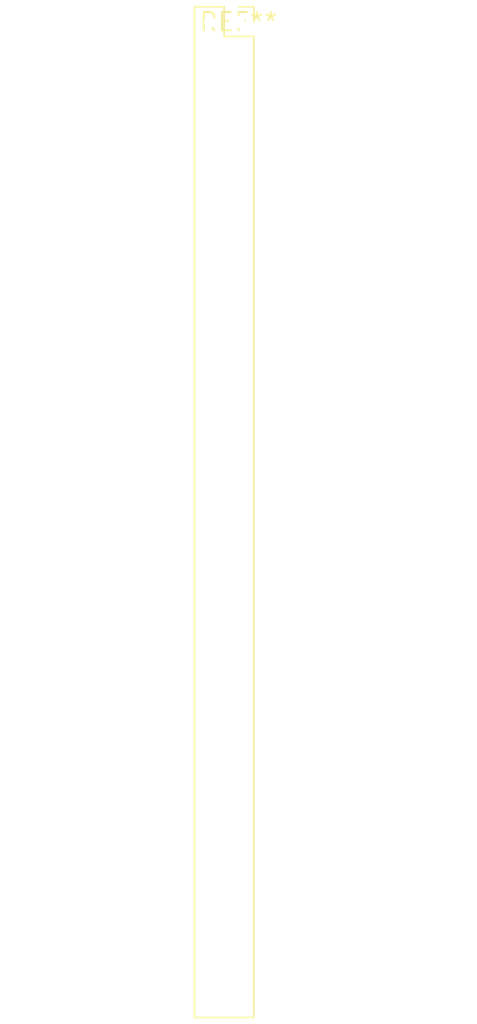
<source format=kicad_pcb>
(kicad_pcb (version 20240108) (generator pcbnew)
  (layers (0 "F.Cu" signal) (31 "B.Cu" signal) (34 "B.Paste" user) (35 "F.Paste" user) (36 "B.SilkS" user "B.Silkscreen") (37 "F.SilkS" user "F.Silkscreen") (38 "B.Mask" user) (39 "F.Mask" user) (44 "Edge.Cuts" user))
  (net 0 "")
  (footprint "PinSocket_2x35_P2.00mm_Vertical" (layer "F.Cu") (at 0 0)
    (property "Reference" "REF**")
    (property "Value" "PinSocket_2x35_P2.00mm_Vertical")
    (fp_line (start -3.06 -1.06) (end -3.06 69.06) (layer "F.SilkS") (stroke (width 0.12)))
    (fp_line (start -3.06 -1.06) (end -1 -1.06) (layer "F.SilkS") (stroke (width 0.12)))
    (fp_line (start -3.06 69.06) (end 1.06 69.06) (layer "F.SilkS") (stroke (width 0.12)))
    (fp_line (start -1 -1.06) (end -1 1) (layer "F.SilkS") (stroke (width 0.12)))
    (fp_line (start -1 1) (end 1.06 1) (layer "F.SilkS") (stroke (width 0.12)))
    (fp_line (start 0 -1.06) (end 1.06 -1.06) (layer "F.SilkS") (stroke (width 0.12)))
    (fp_line (start 1.06 -1.06) (end 1.06 0) (layer "F.SilkS") (stroke (width 0.12)))
    (fp_line (start 1.06 1) (end 1.06 69.06) (layer "F.SilkS") (stroke (width 0.12)))
    (pad "1" thru_hole rect (at 0 0) (size 1.35 1.35) (drill 0.8) (layers *.Cu *.Mask) (remove_unused_layers))
    (pad "2" thru_hole oval (at -2 0) (size 1.35 1.35) (drill 0.8) (layers *.Cu *.Mask) (remove_unused_layers))
    (pad "3" thru_hole oval (at 0 2) (size 1.35 1.35) (drill 0.8) (layers *.Cu *.Mask) (remove_unused_layers))
    (pad "4" thru_hole oval (at -2 2) (size 1.35 1.35) (drill 0.8) (layers *.Cu *.Mask) (remove_unused_layers))
    (pad "5" thru_hole oval (at 0 4) (size 1.35 1.35) (drill 0.8) (layers *.Cu *.Mask) (remove_unused_layers))
    (pad "6" thru_hole oval (at -2 4) (size 1.35 1.35) (drill 0.8) (layers *.Cu *.Mask) (remove_unused_layers))
    (pad "7" thru_hole oval (at 0 6) (size 1.35 1.35) (drill 0.8) (layers *.Cu *.Mask) (remove_unused_layers))
    (pad "8" thru_hole oval (at -2 6) (size 1.35 1.35) (drill 0.8) (layers *.Cu *.Mask) (remove_unused_layers))
    (pad "9" thru_hole oval (at 0 8) (size 1.35 1.35) (drill 0.8) (layers *.Cu *.Mask) (remove_unused_layers))
    (pad "10" thru_hole oval (at -2 8) (size 1.35 1.35) (drill 0.8) (layers *.Cu *.Mask) (remove_unused_layers))
    (pad "11" thru_hole oval (at 0 10) (size 1.35 1.35) (drill 0.8) (layers *.Cu *.Mask) (remove_unused_layers))
    (pad "12" thru_hole oval (at -2 10) (size 1.35 1.35) (drill 0.8) (layers *.Cu *.Mask) (remove_unused_layers))
    (pad "13" thru_hole oval (at 0 12) (size 1.35 1.35) (drill 0.8) (layers *.Cu *.Mask) (remove_unused_layers))
    (pad "14" thru_hole oval (at -2 12) (size 1.35 1.35) (drill 0.8) (layers *.Cu *.Mask) (remove_unused_layers))
    (pad "15" thru_hole oval (at 0 14) (size 1.35 1.35) (drill 0.8) (layers *.Cu *.Mask) (remove_unused_layers))
    (pad "16" thru_hole oval (at -2 14) (size 1.35 1.35) (drill 0.8) (layers *.Cu *.Mask) (remove_unused_layers))
    (pad "17" thru_hole oval (at 0 16) (size 1.35 1.35) (drill 0.8) (layers *.Cu *.Mask) (remove_unused_layers))
    (pad "18" thru_hole oval (at -2 16) (size 1.35 1.35) (drill 0.8) (layers *.Cu *.Mask) (remove_unused_layers))
    (pad "19" thru_hole oval (at 0 18) (size 1.35 1.35) (drill 0.8) (layers *.Cu *.Mask) (remove_unused_layers))
    (pad "20" thru_hole oval (at -2 18) (size 1.35 1.35) (drill 0.8) (layers *.Cu *.Mask) (remove_unused_layers))
    (pad "21" thru_hole oval (at 0 20) (size 1.35 1.35) (drill 0.8) (layers *.Cu *.Mask) (remove_unused_layers))
    (pad "22" thru_hole oval (at -2 20) (size 1.35 1.35) (drill 0.8) (layers *.Cu *.Mask) (remove_unused_layers))
    (pad "23" thru_hole oval (at 0 22) (size 1.35 1.35) (drill 0.8) (layers *.Cu *.Mask) (remove_unused_layers))
    (pad "24" thru_hole oval (at -2 22) (size 1.35 1.35) (drill 0.8) (layers *.Cu *.Mask) (remove_unused_layers))
    (pad "25" thru_hole oval (at 0 24) (size 1.35 1.35) (drill 0.8) (layers *.Cu *.Mask) (remove_unused_layers))
    (pad "26" thru_hole oval (at -2 24) (size 1.35 1.35) (drill 0.8) (layers *.Cu *.Mask) (remove_unused_layers))
    (pad "27" thru_hole oval (at 0 26) (size 1.35 1.35) (drill 0.8) (layers *.Cu *.Mask) (remove_unused_layers))
    (pad "28" thru_hole oval (at -2 26) (size 1.35 1.35) (drill 0.8) (layers *.Cu *.Mask) (remove_unused_layers))
    (pad "29" thru_hole oval (at 0 28) (size 1.35 1.35) (drill 0.8) (layers *.Cu *.Mask) (remove_unused_layers))
    (pad "30" thru_hole oval (at -2 28) (size 1.35 1.35) (drill 0.8) (layers *.Cu *.Mask) (remove_unused_layers))
    (pad "31" thru_hole oval (at 0 30) (size 1.35 1.35) (drill 0.8) (layers *.Cu *.Mask) (remove_unused_layers))
    (pad "32" thru_hole oval (at -2 30) (size 1.35 1.35) (drill 0.8) (layers *.Cu *.Mask) (remove_unused_layers))
    (pad "33" thru_hole oval (at 0 32) (size 1.35 1.35) (drill 0.8) (layers *.Cu *.Mask) (remove_unused_layers))
    (pad "34" thru_hole oval (at -2 32) (size 1.35 1.35) (drill 0.8) (layers *.Cu *.Mask) (remove_unused_layers))
    (pad "35" thru_hole oval (at 0 34) (size 1.35 1.35) (drill 0.8) (layers *.Cu *.Mask) (remove_unused_layers))
    (pad "36" thru_hole oval (at -2 34) (size 1.35 1.35) (drill 0.8) (layers *.Cu *.Mask) (remove_unused_layers))
    (pad "37" thru_hole oval (at 0 36) (size 1.35 1.35) (drill 0.8) (layers *.Cu *.Mask) (remove_unused_layers))
    (pad "38" thru_hole oval (at -2 36) (size 1.35 1.35) (drill 0.8) (layers *.Cu *.Mask) (remove_unused_layers))
    (pad "39" thru_hole oval (at 0 38) (size 1.35 1.35) (drill 0.8) (layers *.Cu *.Mask) (remove_unused_layers))
    (pad "40" thru_hole oval (at -2 38) (size 1.35 1.35) (drill 0.8) (layers *.Cu *.Mask) (remove_unused_layers))
    (pad "41" thru_hole oval (at 0 40) (size 1.35 1.35) (drill 0.8) (layers *.Cu *.Mask) (remove_unused_layers))
    (pad "42" thru_hole oval (at -2 40) (size 1.35 1.35) (drill 0.8) (layers *.Cu *.Mask) (remove_unused_layers))
    (pad "43" thru_hole oval (at 0 42) (size 1.35 1.35) (drill 0.8) (layers *.Cu *.Mask) (remove_unused_layers))
    (pad "44" thru_hole oval (at -2 42) (size 1.35 1.35) (drill 0.8) (layers *.Cu *.Mask) (remove_unused_layers))
    (pad "45" thru_hole oval (at 0 44) (size 1.35 1.35) (drill 0.8) (layers *.Cu *.Mask) (remove_unused_layers))
    (pad "46" thru_hole oval (at -2 44) (size 1.35 1.35) (drill 0.8) (layers *.Cu *.Mask) (remove_unused_layers))
    (pad "47" thru_hole oval (at 0 46) (size 1.35 1.35) (drill 0.8) (layers *.Cu *.Mask) (remove_unused_layers))
    (pad "48" thru_hole oval (at -2 46) (size 1.35 1.35) (drill 0.8) (layers *.Cu *.Mask) (remove_unused_layers))
    (pad "49" thru_hole oval (at 0 48) (size 1.35 1.35) (drill 0.8) (layers *.Cu *.Mask) (remove_unused_layers))
    (pad "50" thru_hole oval (at -2 48) (size 1.35 1.35) (drill 0.8) (layers *.Cu *.Mask) (remove_unused_layers))
    (pad "51" thru_hole oval (at 0 50) (size 1.35 1.35) (drill 0.8) (layers *.Cu *.Mask) (remove_unused_layers))
    (pad "52" thru_hole oval (at -2 50) (size 1.35 1.35) (drill 0.8) (layers *.Cu *.Mask) (remove_unused_layers))
    (pad "53" thru_hole oval (at 0 52) (size 1.35 1.35) (drill 0.8) (layers *.Cu *.Mask) (remove_unused_layers))
    (pad "54" thru_hole oval (at -2 52) (size 1.35 1.35) (drill 0.8) (layers *.Cu *.Mask) (remove_unused_layers))
    (pad "55" thru_hole oval (at 0 54) (size 1.35 1.35) (drill 0.8) (layers *.Cu *.Mask) (remove_unused_layers))
    (pad "56" thru_hole oval (at -2 54) (size 1.35 1.35) (drill 0.8) (layers *.Cu *.Mask) (remove_unused_layers))
    (pad "57" thru_hole oval (at 0 56) (size 1.35 1.35) (drill 0.8) (layers *.Cu *.Mask) (remove_unused_layers))
    (pad "58" thru_hole oval (at -2 56) (size 1.35 1.35) (drill 0.8) (layers *.Cu *.Mask) (remove_unused_layers))
    (pad "59" thru_hole oval (at 0 58) (size 1.35 1.35) (drill 0.8) (layers *.Cu *.Mask) (remove_unused_layers))
    (pad "60" thru_hole oval (at -2 58) (size 1.35 1.35) (drill 0.8) (layers *.Cu *.Mask) (remove_unused_layers))
    (pad "61" thru_hole oval (at 0 60) (size 1.35 1.35) (drill 0.8) (layers *.Cu *.Mask) (remove_unused_layers))
    (pad "62" thru_hole oval (at -2 60) (size 1.35 1.35) (drill 0.8) (layers *.Cu *.Mask) (remove_unused_layers))
    (pad "63" thru_hole oval (at 0 62) (size 1.35 1.35) (drill 0.8) (layers *.Cu *.Mask) (remove_unused_layers))
    (pad "64" thru_hole oval (at -2 62) (size 1.35 1.35) (drill 0.8) (layers *.Cu *.Mask) (remove_unused_layers))
    (pad "65" thru_hole oval (at 0 64) (size 1.35 1.35) (drill 0.8) (layers *.Cu *.Mask) (remove_unused_layers))
    (pad "66" thru_hole oval (at -2 64) (size 1.35 1.35) (drill 0.8) (layers *.Cu *.Mask) (remove_unused_layers))
    (pad "67" thru_hole oval (at 0 66) (size 1.35 1.35) (drill 0.8) (layers *.Cu *.Mask) (remove_unused_layers))
    (pad "68" thru_hole oval (at -2 66) (size 1.35 1.35) (drill 0.8) (layers *.Cu *.Mask) (remove_unused_layers))
    (pad "69" thru_hole oval (at 0 68) (size 1.35 1.35) (drill 0.8) (layers *.Cu *.Mask) (remove_unused_layers))
    (pad "70" thru_hole oval (at -2 68) (size 1.35 1.35) (drill 0.8) (layers *.Cu *.Mask) (remove_unused_layers))
  )
)
</source>
